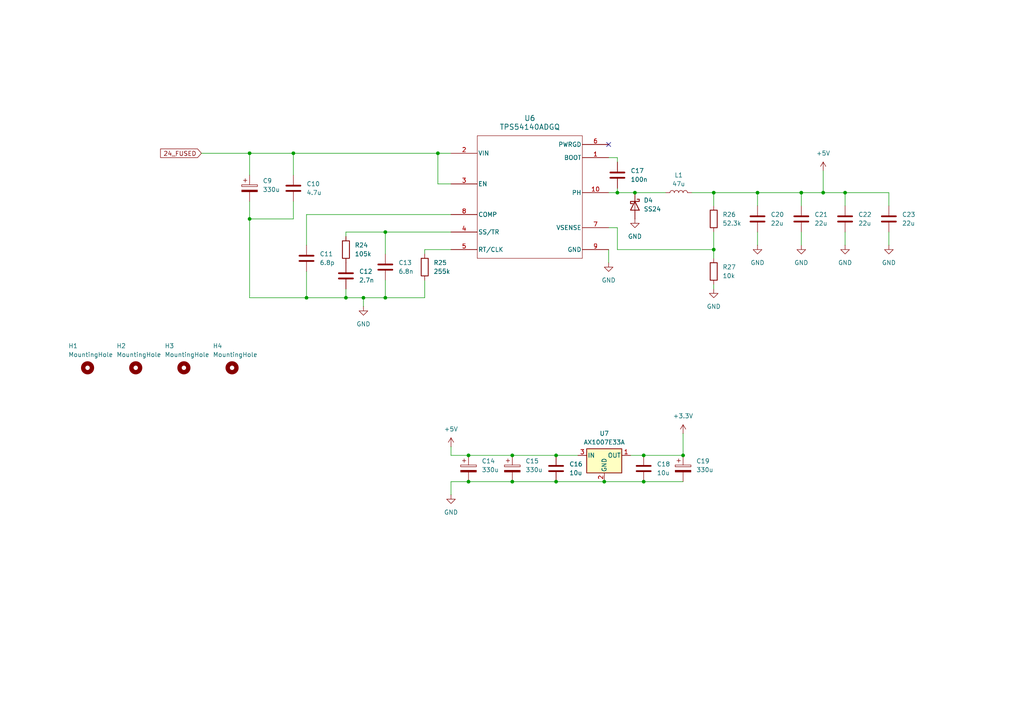
<source format=kicad_sch>
(kicad_sch (version 20250114) (generator "eeschema") (generator_version "9.0")
  (paper "A4")
  (lib_symbols
    (symbol "Device:C" (pin_numbers (hide yes)) (pin_names (offset 0.254))
      (property "Reference" "C" (at 0.635 2.54 0))
      (property "Value" "C" (at 0.635 -2.54 0))
      (symbol "C_0_1"
        (polyline (pts (xy -2.032 0.762) (xy 2.032 0.762)) (stroke (width 0.508)))
        (polyline (pts (xy -2.032 -0.762) (xy 2.032 -0.762)) (stroke (width 0.508)))
      )
      (symbol "C_1_1"
        (pin passive line (at 0 3.81 270) (length 2.794) (name "~") (number "1"))
        (pin passive line (at 0 -3.81 90) (length 2.794) (name "~") (number "2"))
      )
    )
    (symbol "Device:C_Polarized" (pin_numbers (hide yes)) (pin_names (offset 0.254))
      (property "Reference" "C" (at 0.635 2.54 0))
      (property "Value" "C_Polarized" (at 0.635 -2.54 0))
      (symbol "C_Polarized_0_1"
        (rectangle (start -2.286 0.508) (end 2.286 1.016))
        (polyline (pts (xy -1.778 2.286) (xy -0.762 2.286)))
        (polyline (pts (xy -1.27 2.794) (xy -1.27 1.778)))
        (rectangle (start 2.286 -0.508) (end -2.286 -1.016) (fill (type outline)))
      )
      (symbol "C_Polarized_1_1"
        (pin passive line (at 0 3.81 270) (length 2.794) (name "~") (number "1"))
        (pin passive line (at 0 -3.81 90) (length 2.794) (name "~") (number "2"))
      )
    )
    (symbol "Device:L" (pin_numbers (hide yes)) (pin_names (offset 1.016) (hide yes))
      (property "Reference" "L" (at -1.27 0 90))
      (property "Value" "L" (at 1.905 0 90))
      (symbol "L_0_1"
        (arc (start 0 2.54) (mid 0.6323 1.905) (end 0 1.27))
        (arc (start 0 1.27) (mid 0.6323 0.635) (end 0 0))
        (arc (start 0 0) (mid 0.6323 -0.635) (end 0 -1.27))
        (arc (start 0 -1.27) (mid 0.6323 -1.905) (end 0 -2.54))
      )
      (symbol "L_1_1"
        (pin passive line (at 0 3.81 270) (length 1.27) (name "1") (number "1"))
        (pin passive line (at 0 -3.81 90) (length 1.27) (name "2") (number "2"))
      )
    )
    (symbol "Device:R" (pin_numbers (hide yes)) (pin_names (offset 0))
      (property "Reference" "R" (at 2.032 0 90))
      (property "Value" "R" (at 0 0 90))
      (symbol "R_0_1"
        (rectangle (start -1.016 -2.54) (end 1.016 2.54) (stroke (width 0.254)))
      )
      (symbol "R_1_1"
        (pin passive line (at 0 3.81 270) (length 1.27) (name "~") (number "1"))
        (pin passive line (at 0 -3.81 90) (length 1.27) (name "~") (number "2"))
      )
    )
    (symbol "Diode:SS24" (pin_numbers (hide yes)) (pin_names (offset 1.016) (hide yes))
      (property "Reference" "D" (at 0 2.54 0))
      (property "Value" "SS24" (at 0 -2.54 0))
      (symbol "SS24_0_1"
        (polyline (pts (xy -1.905 0.635) (xy -1.905 1.27) (xy -1.27 1.27) (xy -1.27 -1.27) (xy -0.635 -1.27) (xy -0.635 -0.635)) (stroke (width 0.254)))
        (polyline (pts (xy 1.27 1.27) (xy 1.27 -1.27) (xy -1.27 0) (xy 1.27 1.27)) (stroke (width 0.254)))
        (polyline (pts (xy 1.27 0) (xy -1.27 0)))
      )
      (symbol "SS24_1_1"
        (pin passive line (at -3.81 0 0) (length 2.54) (name "K") (number "1"))
        (pin passive line (at 3.81 0 180) (length 2.54) (name "A") (number "2"))
      )
    )
    (symbol "Mechanical:MountingHole" (pin_names (offset 1.016)) (exclude_from_sim yes) (in_bom no)
      (property "Reference" "H" (at 0 5.08 0))
      (property "Value" "MountingHole" (at 0 3.175 0))
      (symbol "MountingHole_0_1"
        (circle (center 0 0) (radius 1.27) (stroke (width 1.27)))
      )
    )
    (symbol "Regulator_Linear:L78L33_SOT89" (pin_names (offset 0.254))
      (property "Reference" "U" (at -3.81 3.175 0))
      (property "Value" "L78L33_SOT89" (at -0.635 3.175 0))
      (symbol "L78L33_SOT89_0_1"
        (rectangle (start -5.08 1.905) (end 5.08 -5.08) (stroke (width 0.254)) (fill (type background)))
      )
      (symbol "L78L33_SOT89_1_1"
        (pin power_in line (at -7.62 0 0) (length 2.54) (name "IN") (number "3"))
        (pin power_in line (at 0 -7.62 90) (length 2.54) (name "GND") (number "2"))
        (pin power_out line (at 7.62 0 180) (length 2.54) (name "OUT") (number "1"))
      )
    )
    (symbol "TPS54140ADGQ:TPS54140ADGQ" (pin_names (offset 0.254))
      (property "Reference" "U" (at 22.86 10.16 0))
      (property "Value" "TPS54140ADGQ" (at 22.86 7.62 0))
      (symbol "TPS54140ADGQ_0_1"
        (polyline (pts (xy 7.62 5.08) (xy 7.62 -30.48)) (stroke (width 0.127)))
        (polyline (pts (xy 7.62 -30.48) (xy 38.1 -30.48)) (stroke (width 0.127)))
        (polyline (pts (xy 38.1 5.08) (xy 7.62 5.08)) (stroke (width 0.127)))
        (polyline (pts (xy 38.1 -30.48) (xy 38.1 5.08)) (stroke (width 0.127)))
        (pin input line (at 0 -8.89 0) (length 7.62) (name "EN") (number "3"))
        (pin output line (at 0 -17.78 0) (length 7.62) (name "COMP") (number "8"))
        (pin input line (at 0 -22.86 0) (length 7.62) (name "SS/TR") (number "4"))
        (pin input line (at 0 -27.94 0) (length 7.62) (name "RT/CLK") (number "5"))
        (pin output line (at 45.72 2.54 180) (length 7.62) (name "PWRGD") (number "6"))
        (pin output line (at 45.72 -1.27 180) (length 7.62) (name "BOOT") (number "1"))
        (pin input line (at 45.72 -21.59 180) (length 7.62) (name "VSENSE") (number "7"))
        (pin power_in line (at 45.72 -27.94 180) (length 7.62) (name "GND") (number "9"))
      )
      (symbol "TPS54140ADGQ_1_1"
        (pin power_in line (at 0 0 0) (length 7.62) (name "VIN") (number "2"))
        (pin power_out line (at 45.72 -11.43 180) (length 7.62) (name "PH") (number "10"))
      )
    )
    (symbol "power:+3.3V" (power) (pin_numbers (hide yes)) (pin_names (offset 0) (hide yes))
      (property "Value" "+3.3V" (at 0 3.556 0))
      (symbol "+3.3V_0_1"
        (polyline (pts (xy -0.762 1.27) (xy 0 2.54)))
        (polyline (pts (xy 0 2.54) (xy 0.762 1.27)))
        (polyline (pts (xy 0 0) (xy 0 2.54)))
      )
      (symbol "+3.3V_1_1"
        (pin power_in line (at 0 0 90) (length 0) (name "~") (number "1"))
      )
    )
    (symbol "power:+5V" (power) (pin_numbers (hide yes)) (pin_names (offset 0) (hide yes))
      (property "Value" "+5V" (at 0 3.556 0))
      (symbol "+5V_0_1"
        (polyline (pts (xy -0.762 1.27) (xy 0 2.54)))
        (polyline (pts (xy 0 2.54) (xy 0.762 1.27)))
        (polyline (pts (xy 0 0) (xy 0 2.54)))
      )
      (symbol "+5V_1_1"
        (pin power_in line (at 0 0 90) (length 0) (name "~") (number "1"))
      )
    )
    (symbol "power:GND" (power) (pin_numbers (hide yes)) (pin_names (offset 0) (hide yes))
      (property "Value" "GND" (at 0 -3.81 0))
      (symbol "GND_0_1"
        (polyline (pts (xy 0 0) (xy 0 -1.27) (xy 1.27 -1.27) (xy 0 -2.54) (xy -1.27 -1.27) (xy 0 -1.27)))
      )
      (symbol "GND_1_1"
        (pin power_in line (at 0 0 270) (length 0) (name "~") (number "1"))
      )
    )
  )
  (junction (at 72.39 63.5))
  (junction (at 198.12 132.08))
  (junction (at 175.26 139.7))
  (junction (at 105.41 86.36))
  (junction (at 100.33 86.36))
  (junction (at 232.41 55.88))
  (junction (at 148.59 139.7))
  (junction (at 85.09 44.45))
  (junction (at 184.15 55.88))
  (junction (at 207.01 72.39))
  (junction (at 161.29 139.7))
  (junction (at 207.01 55.88))
  (junction (at 219.71 55.88))
  (junction (at 135.89 139.7))
  (junction (at 245.11 55.88))
  (junction (at 135.89 132.08))
  (junction (at 161.29 132.08))
  (junction (at 179.07 55.88))
  (junction (at 111.76 67.31))
  (junction (at 111.76 86.36))
  (junction (at 88.9 86.36))
  (junction (at 127 44.45))
  (junction (at 148.59 132.08))
  (junction (at 238.76 55.88))
  (junction (at 72.39 44.45))
  (junction (at 186.69 139.7))
  (junction (at 186.69 132.08))
  (no_connect (at 176.53 41.91))
  (wire (pts (xy 72.39 44.45) (xy 72.39 50.8)))
  (wire (pts (xy 123.19 81.28) (xy 123.19 86.36)))
  (wire (pts (xy 186.69 132.08) (xy 198.12 132.08)))
  (wire (pts (xy 176.53 55.88) (xy 179.07 55.88)))
  (wire (pts (xy 127 53.34) (xy 127 44.45)))
  (wire (pts (xy 88.9 71.12) (xy 88.9 62.23)))
  (wire (pts (xy 85.09 50.8) (xy 85.09 44.45)))
  (wire (pts (xy 257.81 59.69) (xy 257.81 55.88)))
  (wire (pts (xy 200.66 55.88) (xy 207.01 55.88)))
  (wire (pts (xy 130.81 139.7) (xy 130.81 143.51)))
  (wire (pts (xy 245.11 67.31) (xy 245.11 71.12)))
  (wire (pts (xy 72.39 86.36) (xy 88.9 86.36)))
  (wire (pts (xy 111.76 67.31) (xy 130.81 67.31)))
  (wire (pts (xy 85.09 58.42) (xy 85.09 63.5)))
  (wire (pts (xy 179.07 72.39) (xy 207.01 72.39)))
  (wire (pts (xy 88.9 78.74) (xy 88.9 86.36)))
  (wire (pts (xy 257.81 55.88) (xy 245.11 55.88)))
  (wire (pts (xy 88.9 62.23) (xy 130.81 62.23)))
  (wire (pts (xy 72.39 44.45) (xy 85.09 44.45)))
  (wire (pts (xy 232.41 67.31) (xy 232.41 71.12)))
  (wire (pts (xy 176.53 45.72) (xy 179.07 45.72)))
  (wire (pts (xy 111.76 81.28) (xy 111.76 86.36)))
  (wire (pts (xy 88.9 86.36) (xy 100.33 86.36)))
  (wire (pts (xy 135.89 132.08) (xy 148.59 132.08)))
  (wire (pts (xy 245.11 55.88) (xy 238.76 55.88)))
  (wire (pts (xy 100.33 83.82) (xy 100.33 86.36)))
  (wire (pts (xy 111.76 67.31) (xy 111.76 73.66)))
  (wire (pts (xy 219.71 59.69) (xy 219.71 55.88)))
  (wire (pts (xy 100.33 67.31) (xy 111.76 67.31)))
  (wire (pts (xy 85.09 63.5) (xy 72.39 63.5)))
  (wire (pts (xy 175.26 139.7) (xy 186.69 139.7)))
  (wire (pts (xy 179.07 55.88) (xy 179.07 54.61)))
  (wire (pts (xy 72.39 58.42) (xy 72.39 63.5)))
  (wire (pts (xy 245.11 55.88) (xy 245.11 59.69)))
  (wire (pts (xy 207.01 72.39) (xy 207.01 74.93)))
  (wire (pts (xy 148.59 132.08) (xy 161.29 132.08)))
  (wire (pts (xy 238.76 49.53) (xy 238.76 55.88)))
  (wire (pts (xy 176.53 72.39) (xy 176.53 76.2)))
  (wire (pts (xy 127 44.45) (xy 130.81 44.45)))
  (wire (pts (xy 184.15 55.88) (xy 179.07 55.88)))
  (wire (pts (xy 135.89 139.7) (xy 148.59 139.7)))
  (wire (pts (xy 257.81 67.31) (xy 257.81 71.12)))
  (wire (pts (xy 182.88 132.08) (xy 186.69 132.08)))
  (wire (pts (xy 161.29 139.7) (xy 175.26 139.7)))
  (wire (pts (xy 176.53 66.04) (xy 179.07 66.04)))
  (wire (pts (xy 72.39 63.5) (xy 72.39 86.36)))
  (wire (pts (xy 105.41 88.9) (xy 105.41 86.36)))
  (wire (pts (xy 219.71 67.31) (xy 219.71 71.12)))
  (wire (pts (xy 100.33 86.36) (xy 105.41 86.36)))
  (wire (pts (xy 111.76 86.36) (xy 123.19 86.36)))
  (wire (pts (xy 207.01 82.55) (xy 207.01 83.82)))
  (wire (pts (xy 232.41 55.88) (xy 219.71 55.88)))
  (wire (pts (xy 179.07 66.04) (xy 179.07 72.39)))
  (wire (pts (xy 130.81 139.7) (xy 135.89 139.7)))
  (wire (pts (xy 161.29 132.08) (xy 167.64 132.08)))
  (wire (pts (xy 85.09 44.45) (xy 127 44.45)))
  (wire (pts (xy 105.41 86.36) (xy 111.76 86.36)))
  (wire (pts (xy 184.15 55.88) (xy 193.04 55.88)))
  (wire (pts (xy 179.07 46.99) (xy 179.07 45.72)))
  (wire (pts (xy 186.69 139.7) (xy 198.12 139.7)))
  (wire (pts (xy 238.76 55.88) (xy 232.41 55.88)))
  (wire (pts (xy 232.41 55.88) (xy 232.41 59.69)))
  (wire (pts (xy 148.59 139.7) (xy 161.29 139.7)))
  (wire (pts (xy 130.81 72.39) (xy 123.19 72.39)))
  (wire (pts (xy 130.81 53.34) (xy 127 53.34)))
  (wire (pts (xy 207.01 67.31) (xy 207.01 72.39)))
  (wire (pts (xy 219.71 55.88) (xy 207.01 55.88)))
  (wire (pts (xy 58.42 44.45) (xy 72.39 44.45)))
  (wire (pts (xy 100.33 68.58) (xy 100.33 67.31)))
  (wire (pts (xy 130.81 132.08) (xy 135.89 132.08)))
  (wire (pts (xy 130.81 129.54) (xy 130.81 132.08)))
  (wire (pts (xy 123.19 72.39) (xy 123.19 73.66)))
  (wire (pts (xy 207.01 59.69) (xy 207.01 55.88)))
  (wire (pts (xy 198.12 125.73) (xy 198.12 132.08)))
  (global_label "24_FUSED" (shape input) (at 58.42 44.45 180) (property "Intersheetrefs" "${INTERSHEET_REFS}" (effects (hide yes))))
  (symbol (lib_id "power:GND") (at 245.11 71.12 0) (unit 1)
    (property "Reference" "#PWR038" (effects (hide yes)))
    (property "Value" "GND" (at 245.11 76.2 0))
    (property "Description" "Power symbol creates a global label with name \"GND\" , ground" (effects (hide yes)))
  )
  (symbol (lib_id "power:GND") (at 207.01 83.82 0) (unit 1)
    (property "Reference" "#PWR035" (effects (hide yes)))
    (property "Value" "GND" (at 207.01 88.9 0))
    (property "Description" "Power symbol creates a global label with name \"GND\" , ground" (effects (hide yes)))
  )
  (symbol (lib_id "Diode:SS24") (at 184.15 59.69 270) (unit 1)
    (property "Reference" "D4" (at 186.69 58.1024 90) (effects (justify left)))
    (property "Value" "SS24" (at 186.69 60.6424 90) (effects (justify left)))
    (property "Footprint" "Diode_SMD:D_SMA" (effects (hide yes)))
    (property "Datasheet" "https://www.vishay.com/docs/88748/ss22.pdf" (effects (hide yes)))
    (property "Description" "40V 2A Schottky Diode, SMA" (effects (hide yes)))
    (property "PN" "SS24A" (effects (hide yes)))
    (property "PN Comet" "SK24A (SS24) SMD TK " (effects (hide yes)))
  )
  (symbol (lib_id "Regulator_Linear:L78L33_SOT89") (at 175.26 132.08 0) (unit 1)
    (property "Reference" "U7" (at 175.26 125.73 0))
    (property "Value" "AX1007E33A" (at 175.26 128.27 0))
    (property "Footprint" "Package_TO_SOT_SMD:SOT-89-3" (effects (hide yes)))
    (property "Datasheet" "http://www.st.com/content/ccc/resource/technical/document/datasheet/15/55/e5/aa/23/5b/43/fd/CD00000446.pdf/files/CD00000446.pdf/jcr:content/translations/en.CD00000446.pdf" (effects (hide yes)))
    (property "Description" "Positive 100mA 30V Linear Regulator, Fixed Output 3.3V, SOT-89" (effects (hide yes)))
  )
  (symbol (lib_id "power:GND") (at 232.41 71.12 0) (unit 1)
    (property "Reference" "#PWR037" (effects (hide yes)))
    (property "Value" "GND" (at 232.41 76.2 0))
    (property "Description" "Power symbol creates a global label with name \"GND\" , ground" (effects (hide yes)))
  )
  (symbol (lib_id "power:+3.3V") (at 198.12 125.73 0) (unit 1)
    (property "Reference" "#PWR016" (effects (hide yes)))
    (property "Value" "+3.3V" (at 198.12 120.65 0))
    (property "Description" "Power symbol creates a global label with name \"+3.3V\"" (effects (hide yes)))
  )
  (symbol (lib_id "Device:C") (at 232.41 63.5 0) (unit 1)
    (property "Reference" "C21" (at 236.22 62.23 0) (effects (justify left)))
    (property "Value" "22u" (at 236.22 64.77 0) (effects (justify left)))
    (property "Footprint" "Capacitor_SMD:C_0603_1608Metric" (effects (hide yes)))
    (property "PN" "CL32B226MOJNNNE " (effects (hide yes)))
    (property "PN Comet" "MLCC - SMD/SMT 22uF+/-20% 16V X7R 3 1210" (effects (hide yes)))
  )
  (symbol (lib_id "Mechanical:MountingHole") (at 25.4 106.68 0) (unit 1) (exclude_from_sim yes) (in_bom no)
    (property "Reference" "H1" (at 19.812 100.33 0) (effects (justify left)))
    (property "Value" "MountingHole" (at 19.812 102.87 0) (effects (justify left)))
    (property "Footprint" "MountingHole:MountingHole_3.2mm_M3_DIN965_Pad" (effects (hide yes)))
    (property "Description" "Mounting Hole without connection" (effects (hide yes)))
  )
  (symbol (lib_id "power:GND") (at 176.53 76.2 0) (unit 1)
    (property "Reference" "#PWR033" (effects (hide yes)))
    (property "Value" "GND" (at 176.53 81.28 0))
    (property "Description" "Power symbol creates a global label with name \"GND\" , ground" (effects (hide yes)))
  )
  (symbol (lib_id "Device:C") (at 111.76 77.47 0) (unit 1)
    (property "Reference" "C13" (at 115.57 76.1999 0) (effects (justify left)))
    (property "Value" "6.8n" (at 115.57 78.7399 0) (effects (justify left)))
    (property "Footprint" "Capacitor_SMD:C_0603_1608Metric" (effects (hide yes)))
    (property "PN Comet" "C0603 6.8nF 50V X7R " (effects (hide yes)))
  )
  (symbol (lib_id "Device:R") (at 123.19 77.47 0) (unit 1)
    (property "Reference" "R25" (at 125.73 76.1999 0) (effects (justify left)))
    (property "Value" "255k" (at 125.73 78.7399 0) (effects (justify left)))
    (property "Footprint" "Resistor_SMD:R_0603_1608Metric_Pad0.98x0.95mm_HandSolder" (effects (hide yes)))
    (property "Description" "Resistor" (effects (hide yes)))
  )
  (symbol (lib_id "Device:C") (at 186.69 135.89 0) (unit 1)
    (property "Reference" "C18" (at 190.5 134.62 0) (effects (justify left)))
    (property "Value" "10u" (at 190.5 137.16 0) (effects (justify left)))
    (property "Footprint" "Capacitor_SMD:C_0805_2012Metric_Pad1.18x1.45mm_HandSolder" (effects (hide yes)))
    (property "PN" "CL21B106KQQNNNE" (effects (hide yes)))
    (property "PN Comet" "C0805 10uF 6.3V X7R SAMSUNG " (effects (hide yes)))
  )
  (symbol (lib_id "Mechanical:MountingHole") (at 39.37 106.68 0) (unit 1) (exclude_from_sim yes) (in_bom no)
    (property "Reference" "H2" (at 33.782 100.33 0) (effects (justify left)))
    (property "Value" "MountingHole" (at 33.782 102.87 0) (effects (justify left)))
    (property "Footprint" "MountingHole:MountingHole_3.2mm_M3_DIN965_Pad" (effects (hide yes)))
    (property "Description" "Mounting Hole without connection" (effects (hide yes)))
  )
  (symbol (lib_id "Device:C_Polarized") (at 148.59 135.89 0) (unit 1)
    (property "Reference" "C15" (at 152.4 133.7309 0) (effects (justify left)))
    (property "Value" "330u" (at 152.4 136.2709 0) (effects (justify left)))
    (property "Footprint" "Capacitor_THT:CP_Radial_D10.0mm_P5.00mm" (effects (hide yes)))
    (property "Description" "Polarized capacitor" (effects (hide yes)))
    (property "PN" "TN1V331M-RBG16 " (effects (hide yes)))
    (property "PN Comet" "CE 330uF 35V EXTR.LOW IMP.Fuji " (effects (hide yes)))
  )
  (symbol (lib_id "Device:L") (at 196.85 55.88 90) (unit 1)
    (property "Reference" "L1" (at 196.85 50.8 90))
    (property "Value" "47u" (at 196.85 53.34 90))
    (property "Footprint" "Inductor_SMD:L_Bourns_SRR1208_12.7x12.7mm" (effects (hide yes)))
    (property "Datasheet" "https://www.mouser.bg/datasheet/2/54/srr1208-1391332.pdf" (effects (hide yes)))
    (property "Description" "Inductor" (effects (hide yes)))
    (property "PN" "SRR1208-470YL " (effects (hide yes)))
  )
  (symbol (lib_id "Device:C") (at 88.9 74.93 0) (unit 1)
    (property "Reference" "C11" (at 92.71 73.6599 0) (effects (justify left)))
    (property "Value" "6.8p" (at 92.71 76.2 0) (effects (justify left)))
    (property "Footprint" "Capacitor_SMD:C_0603_1608Metric" (effects (hide yes)))
    (property "PN" "CL10C6R8CB8ANNC " (effects (hide yes)))
    (property "PN Comet" "C0603 6.8pF 50V C0G SAMSUNG " (effects (hide yes)))
  )
  (symbol (lib_id "Device:C") (at 219.71 63.5 0) (unit 1)
    (property "Reference" "C20" (at 223.52 62.23 0) (effects (justify left)))
    (property "Value" "22u" (at 223.52 64.77 0) (effects (justify left)))
    (property "Footprint" "Capacitor_SMD:C_0603_1608Metric" (effects (hide yes)))
    (property "PN" "CL32B226MOJNNNE " (effects (hide yes)))
    (property "PN Comet" "MLCC - SMD/SMT 22uF+/-20% 16V X7R 3 1210" (effects (hide yes)))
  )
  (symbol (lib_id "Device:C") (at 179.07 50.8 0) (unit 1)
    (property "Reference" "C17" (at 182.88 49.53 0) (effects (justify left)))
    (property "Value" "100n" (at 182.88 52.07 0) (effects (justify left)))
    (property "Footprint" "Capacitor_SMD:C_0603_1608Metric" (effects (hide yes)))
    (property "PN" "CL10B104KB8NNNC" (effects (hide yes)))
    (property "PN Comet" "C0603 100nF 50V X7R SAMSUNG" (effects (hide yes)))
  )
  (symbol (lib_id "power:GND") (at 257.81 71.12 0) (unit 1)
    (property "Reference" "#PWR039" (effects (hide yes)))
    (property "Value" "GND" (at 257.81 76.2 0))
    (property "Description" "Power symbol creates a global label with name \"GND\" , ground" (effects (hide yes)))
  )
  (symbol (lib_id "Device:C_Polarized") (at 72.39 54.61 0) (unit 1)
    (property "Reference" "C9" (at 76.2 52.4509 0) (effects (justify left)))
    (property "Value" "330u" (at 76.2 54.9909 0) (effects (justify left)))
    (property "Footprint" "Capacitor_THT:CP_Radial_D10.0mm_P5.00mm" (effects (hide yes)))
    (property "Description" "Polarized capacitor" (effects (hide yes)))
    (property "PN" "TN1V331M-RBG16 " (effects (hide yes)))
    (property "PN Comet" "CE 330uF 35V EXTR.LOW IMP.Fuji " (effects (hide yes)))
  )
  (symbol (lib_id "Device:C") (at 257.81 63.5 0) (unit 1)
    (property "Reference" "C23" (at 261.62 62.23 0) (effects (justify left)))
    (property "Value" "22u" (at 261.62 64.77 0) (effects (justify left)))
    (property "Footprint" "Capacitor_SMD:C_0603_1608Metric" (effects (hide yes)))
    (property "PN" "CL32B226MOJNNNE " (effects (hide yes)))
    (property "PN Comet" "MLCC - SMD/SMT 22uF+/-20% 16V X7R 3 1210" (effects (hide yes)))
  )
  (symbol (lib_id "power:GND") (at 105.41 88.9 0) (unit 1)
    (property "Reference" "#PWR030" (effects (hide yes)))
    (property "Value" "GND" (at 105.41 93.98 0))
    (property "Description" "Power symbol creates a global label with name \"GND\" , ground" (effects (hide yes)))
  )
  (symbol (lib_id "Device:C") (at 161.29 135.89 0) (unit 1)
    (property "Reference" "C16" (at 165.1 134.62 0) (effects (justify left)))
    (property "Value" "10u" (at 165.1 137.16 0) (effects (justify left)))
    (property "Footprint" "Capacitor_SMD:C_0805_2012Metric_Pad1.18x1.45mm_HandSolder" (effects (hide yes)))
    (property "PN" "CL21B106KQQNNNE" (effects (hide yes)))
    (property "PN Comet" "C0805 10uF 6.3V X7R SAMSUNG " (effects (hide yes)))
  )
  (symbol (lib_id "Device:C") (at 245.11 63.5 0) (unit 1)
    (property "Reference" "C22" (at 248.92 62.23 0) (effects (justify left)))
    (property "Value" "22u" (at 248.92 64.77 0) (effects (justify left)))
    (property "Footprint" "Capacitor_SMD:C_0603_1608Metric" (effects (hide yes)))
    (property "PN" "CL32B226MOJNNNE " (effects (hide yes)))
    (property "PN Comet" "MLCC - SMD/SMT 22uF+/-20% 16V X7R 3 1210" (effects (hide yes)))
  )
  (symbol (lib_id "power:GND") (at 184.15 63.5 0) (unit 1)
    (property "Reference" "#PWR034" (effects (hide yes)))
    (property "Value" "GND" (at 184.15 68.58 0))
    (property "Description" "Power symbol creates a global label with name \"GND\" , ground" (effects (hide yes)))
  )
  (symbol (lib_id "power:+5V") (at 130.81 129.54 0) (unit 1)
    (property "Reference" "#PWR031" (effects (hide yes)))
    (property "Value" "+5V" (at 130.81 124.46 0))
    (property "Description" "Power symbol creates a global label with name \"+5V\"" (effects (hide yes)))
  )
  (symbol (lib_id "Mechanical:MountingHole") (at 67.31 106.68 0) (unit 1) (exclude_from_sim yes) (in_bom no)
    (property "Reference" "H4" (at 61.722 100.33 0) (effects (justify left)))
    (property "Value" "MountingHole" (at 61.722 102.87 0) (effects (justify left)))
    (property "Footprint" "MountingHole:MountingHole_3.2mm_M3_DIN965_Pad" (effects (hide yes)))
    (property "Description" "Mounting Hole without connection" (effects (hide yes)))
  )
  (symbol (lib_id "power:GND") (at 219.71 71.12 0) (unit 1)
    (property "Reference" "#PWR036" (effects (hide yes)))
    (property "Value" "GND" (at 219.71 76.2 0))
    (property "Description" "Power symbol creates a global label with name \"GND\" , ground" (effects (hide yes)))
  )
  (symbol (lib_id "TPS54140ADGQ:TPS54140ADGQ") (at 130.81 44.45 0) (unit 1)
    (property "Reference" "U6" (at 153.67 34.29 0) (effects (font (size 1.524 1.524))))
    (property "Value" "TPS54140ADGQ" (at 153.67 36.83 0) (effects (font (size 1.524 1.524))))
    (property "Footprint" "TPS54140:DGQ10_1P88X1P57_TEX" (effects (hide yes)))
    (property "Datasheet" "TPS54140ADGQ" (effects (hide yes)))
  )
  (symbol (lib_id "Device:C") (at 85.09 54.61 0) (unit 1)
    (property "Reference" "C10" (at 88.9 53.3399 0) (effects (justify left)))
    (property "Value" "4.7u" (at 88.9 55.88 0) (effects (justify left)))
    (property "Footprint" "Capacitor_SMD:C_0603_1608Metric" (effects (hide yes)))
    (property "PN" "CL31B475KBHNNNE" (effects (hide yes)))
    (property "PN Comet" "C1206 4.7uF 50V X7R SAMSUNG " (effects (hide yes)))
  )
  (symbol (lib_id "Device:R") (at 100.33 72.39 0) (unit 1)
    (property "Reference" "R24" (at 102.87 71.1199 0) (effects (justify left)))
    (property "Value" "105k" (at 102.87 73.6599 0) (effects (justify left)))
    (property "Footprint" "Resistor_SMD:R_0603_1608Metric_Pad0.98x0.95mm_HandSolder" (effects (hide yes)))
    (property "Description" "Resistor" (effects (hide yes)))
  )
  (symbol (lib_id "power:GND") (at 130.81 143.51 0) (unit 1)
    (property "Reference" "#PWR032" (effects (hide yes)))
    (property "Value" "GND" (at 130.81 148.59 0))
    (property "Description" "Power symbol creates a global label with name \"GND\" , ground" (effects (hide yes)))
  )
  (symbol (lib_id "Device:C_Polarized") (at 198.12 135.89 0) (unit 1)
    (property "Reference" "C19" (at 201.93 133.7309 0) (effects (justify left)))
    (property "Value" "330u" (at 201.93 136.2709 0) (effects (justify left)))
    (property "Footprint" "Capacitor_THT:CP_Radial_D10.0mm_P5.00mm_P7.50mm" (effects (hide yes)))
    (property "Description" "Polarized capacitor" (effects (hide yes)))
    (property "PN" "TN1V331M-RBG16 " (effects (hide yes)))
    (property "PN Comet" "CE 330uF 35V EXTR.LOW IMP.Fuji " (effects (hide yes)))
  )
  (symbol (lib_id "Mechanical:MountingHole") (at 53.34 106.68 0) (unit 1) (exclude_from_sim yes) (in_bom no)
    (property "Reference" "H3" (at 47.752 100.33 0) (effects (justify left)))
    (property "Value" "MountingHole" (at 47.752 102.87 0) (effects (justify left)))
    (property "Footprint" "MountingHole:MountingHole_3.2mm_M3_DIN965_Pad" (effects (hide yes)))
    (property "Description" "Mounting Hole without connection" (effects (hide yes)))
  )
  (symbol (lib_id "Device:R") (at 207.01 63.5 0) (unit 1)
    (property "Reference" "R26" (at 209.55 62.2299 0) (effects (justify left)))
    (property "Value" "52.3k" (at 209.55 64.7699 0) (effects (justify left)))
    (property "Footprint" "Resistor_SMD:R_0603_1608Metric_Pad0.98x0.95mm_HandSolder" (effects (hide yes)))
    (property "Description" "Resistor" (effects (hide yes)))
  )
  (symbol (lib_id "Device:C_Polarized") (at 135.89 135.89 0) (unit 1)
    (property "Reference" "C14" (at 139.7 133.7309 0) (effects (justify left)))
    (property "Value" "330u" (at 139.7 136.2709 0) (effects (justify left)))
    (property "Footprint" "Capacitor_THT:CP_Radial_D10.0mm_P5.00mm" (effects (hide yes)))
    (property "Description" "Polarized capacitor" (effects (hide yes)))
    (property "PN" "TN1V331M-RBG16 " (effects (hide yes)))
    (property "PN Comet" "CE 330uF 35V EXTR.LOW IMP.Fuji " (effects (hide yes)))
  )
  (symbol (lib_id "Device:C") (at 100.33 80.01 0) (unit 1)
    (property "Reference" "C12" (at 104.14 78.7399 0) (effects (justify left)))
    (property "Value" "2.7n" (at 104.14 81.2799 0) (effects (justify left)))
    (property "Footprint" "Capacitor_SMD:C_0603_1608Metric" (effects (hide yes)))
    (property "PN Comet" "C0603 2.7nF 50V X7R " (effects (hide yes)))
  )
  (symbol (lib_id "power:+5V") (at 238.76 49.53 0) (unit 1)
    (property "Reference" "#PWR040" (effects (hide yes)))
    (property "Value" "+5V" (at 238.76 44.45 0))
    (property "Description" "Power symbol creates a global label with name \"+5V\"" (effects (hide yes)))
  )
  (symbol (lib_id "Device:R") (at 207.01 78.74 0) (unit 1)
    (property "Reference" "R27" (at 209.55 77.4699 0) (effects (justify left)))
    (property "Value" "10k" (at 209.55 80.0099 0) (effects (justify left)))
    (property "Footprint" "Resistor_SMD:R_0603_1608Metric_Pad0.98x0.95mm_HandSolder" (effects (hide yes)))
    (property "Description" "Resistor" (effects (hide yes)))
  )
)
</source>
